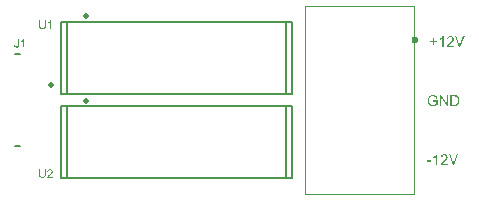
<source format=gto>
%FSLAX33Y33*%
%MOMM*%
%ADD10C,0.15*%
%ADD11C,0.5*%
%ADD12C,0.125*%
%ADD13C,0.6*%
%ADD14C,0.5*%
D10*
%LNtop silkscreen_traces*%
%LNtop silkscreen component 852c16e91e281c0c*%
G01*
X6250Y1875D02*
X6250Y7975D01*
X25750Y7975*
X25750Y1875*
X6250Y1875*
X6750Y1875D02*
X6750Y7975D01*
X25250Y7975*
X25250Y1875*
X6750Y1875*
D11*
X8380Y8450D03*
G36*
X4847Y2641D02*
X4942Y2641D01*
X4942Y2227D01*
X4940Y2176D01*
X4935Y2130D01*
X4928Y2090D01*
X4917Y2056D01*
X4903Y2026D01*
X4883Y1998D01*
X4858Y1974D01*
X4829Y1953D01*
X4795Y1935D01*
X4755Y1923D01*
X4711Y1915D01*
X4662Y1913D01*
X4614Y1915D01*
X4570Y1921D01*
X4532Y1932D01*
X4497Y1947D01*
X4468Y1967D01*
X4442Y1990D01*
X4422Y2017D01*
X4406Y2048D01*
X4394Y2084D01*
X4385Y2126D01*
X4380Y2173D01*
X4379Y2227D01*
X4379Y2641D01*
X4473Y2641D01*
X4473Y2228D01*
X4474Y2184D01*
X4478Y2147D01*
X4483Y2115D01*
X4491Y2090D01*
X4501Y2069D01*
X4514Y2051D01*
X4531Y2035D01*
X4550Y2022D01*
X4573Y2012D01*
X4597Y2004D01*
X4624Y2000D01*
X4654Y1998D01*
X4702Y2001D01*
X4743Y2010D01*
X4776Y2025D01*
X4802Y2046D01*
X4822Y2075D01*
X4836Y2115D01*
X4844Y2166D01*
X4847Y2228D01*
X4847Y2641D01*
X4847Y2641D01*
X5526Y2009D02*
X5526Y1925D01*
X5052Y1925D01*
X5053Y1941D01*
X5055Y1956D01*
X5058Y1971D01*
X5063Y1986D01*
X5073Y2010D01*
X5086Y2034D01*
X5102Y2058D01*
X5121Y2081D01*
X5143Y2106D01*
X5169Y2132D01*
X5200Y2160D01*
X5236Y2190D01*
X5289Y2235D01*
X5333Y2275D01*
X5368Y2311D01*
X5393Y2341D01*
X5411Y2369D01*
X5424Y2396D01*
X5432Y2422D01*
X5434Y2447D01*
X5432Y2472D01*
X5425Y2495D01*
X5413Y2516D01*
X5397Y2535D01*
X5377Y2551D01*
X5354Y2562D01*
X5328Y2569D01*
X5300Y2571D01*
X5269Y2569D01*
X5242Y2561D01*
X5219Y2550D01*
X5198Y2533D01*
X5181Y2512D01*
X5169Y2487D01*
X5162Y2459D01*
X5159Y2427D01*
X5069Y2437D01*
X5077Y2484D01*
X5091Y2526D01*
X5112Y2561D01*
X5139Y2591D01*
X5172Y2614D01*
X5210Y2631D01*
X5253Y2640D01*
X5301Y2644D01*
X5350Y2640D01*
X5394Y2629D01*
X5432Y2612D01*
X5465Y2587D01*
X5491Y2556D01*
X5510Y2523D01*
X5521Y2486D01*
X5525Y2445D01*
X5524Y2424D01*
X5520Y2402D01*
X5515Y2381D01*
X5507Y2361D01*
X5497Y2340D01*
X5484Y2318D01*
X5468Y2296D01*
X5449Y2273D01*
X5425Y2248D01*
X5394Y2219D01*
X5357Y2185D01*
X5313Y2147D01*
X5277Y2117D01*
X5248Y2091D01*
X5226Y2072D01*
X5212Y2057D01*
X5201Y2045D01*
X5191Y2033D01*
X5182Y2021D01*
X5175Y2009D01*
X5526Y2009D01*
X5526Y2009D01*
G37*
%LNtop silkscreen component 0582472eb7ed9473*%
D12*
X26850Y16500D02*
X36150Y16500D01*
X36150Y0500*
X26850Y0500*
X26850Y16500*
D13*
X36175Y13600D03*
%LNtop silkscreen component 20d0d3cf041d0b83*%
D10*
X6250Y9025D02*
X6250Y15125D01*
X25750Y15125*
X25750Y9025*
X6250Y9025*
X6750Y9025D02*
X6750Y15125D01*
X25250Y15125*
X25250Y9025*
X6750Y9025*
D11*
X8380Y15600D03*
G36*
X4847Y15241D02*
X4942Y15241D01*
X4942Y14827D01*
X4940Y14776D01*
X4935Y14730D01*
X4928Y14690D01*
X4917Y14656D01*
X4903Y14626D01*
X4883Y14598D01*
X4858Y14574D01*
X4829Y14553D01*
X4795Y14535D01*
X4755Y14523D01*
X4711Y14515D01*
X4662Y14513D01*
X4614Y14515D01*
X4570Y14521D01*
X4532Y14532D01*
X4497Y14547D01*
X4468Y14567D01*
X4442Y14590D01*
X4422Y14617D01*
X4406Y14648D01*
X4394Y14684D01*
X4385Y14726D01*
X4380Y14773D01*
X4379Y14827D01*
X4379Y15241D01*
X4473Y15241D01*
X4473Y14828D01*
X4474Y14784D01*
X4478Y14747D01*
X4483Y14715D01*
X4491Y14690D01*
X4501Y14669D01*
X4514Y14651D01*
X4531Y14635D01*
X4550Y14622D01*
X4573Y14612D01*
X4597Y14604D01*
X4624Y14600D01*
X4654Y14598D01*
X4702Y14601D01*
X4743Y14610D01*
X4776Y14625D01*
X4802Y14646D01*
X4822Y14675D01*
X4836Y14715D01*
X4844Y14766D01*
X4847Y14828D01*
X4847Y15241D01*
X4847Y15241D01*
X5395Y14525D02*
X5307Y14525D01*
X5307Y15085D01*
X5290Y15070D01*
X5270Y15055D01*
X5248Y15040D01*
X5224Y15025D01*
X5198Y15010D01*
X5175Y14998D01*
X5152Y14988D01*
X5131Y14979D01*
X5131Y15064D01*
X5167Y15082D01*
X5200Y15102D01*
X5231Y15124D01*
X5260Y15148D01*
X5286Y15173D01*
X5307Y15197D01*
X5325Y15220D01*
X5338Y15244D01*
X5395Y15244D01*
X5395Y14525D01*
X5395Y14525D01*
G37*
%LNtop silkscreen component 31c3a01e58ece666*%
D10*
X2775Y12430D02*
X2375Y12430D01*
X2775Y4570D02*
X2375Y4570D01*
D14*
X5400Y9800D03*
G36*
X2279Y13153D02*
X2364Y13165D01*
X2367Y13127D01*
X2374Y13096D01*
X2383Y13071D01*
X2395Y13053D01*
X2410Y13039D01*
X2428Y13030D01*
X2448Y13024D01*
X2471Y13022D01*
X2488Y13023D01*
X2504Y13026D01*
X2519Y13031D01*
X2532Y13039D01*
X2544Y13048D01*
X2554Y13058D01*
X2562Y13070D01*
X2568Y13083D01*
X2572Y13099D01*
X2575Y13119D01*
X2577Y13144D01*
X2578Y13173D01*
X2578Y13666D01*
X2672Y13666D01*
X2672Y13178D01*
X2671Y13136D01*
X2667Y13098D01*
X2660Y13066D01*
X2651Y13039D01*
X2638Y13016D01*
X2623Y12995D01*
X2604Y12978D01*
X2582Y12964D01*
X2557Y12952D01*
X2531Y12944D01*
X2502Y12939D01*
X2471Y12938D01*
X2427Y12941D01*
X2388Y12951D01*
X2355Y12968D01*
X2327Y12992D01*
X2305Y13022D01*
X2290Y13059D01*
X2281Y13103D01*
X2279Y13153D01*
X2279Y13153D01*
X3123Y12950D02*
X3035Y12950D01*
X3035Y13510D01*
X3018Y13495D01*
X2998Y13480D01*
X2976Y13465D01*
X2951Y13450D01*
X2926Y13435D01*
X2903Y13423D01*
X2880Y13413D01*
X2859Y13404D01*
X2859Y13489D01*
X2895Y13507D01*
X2928Y13527D01*
X2959Y13549D01*
X2988Y13573D01*
X3013Y13598D01*
X3035Y13622D01*
X3052Y13645D01*
X3066Y13669D01*
X3123Y13669D01*
X3123Y12950D01*
X3123Y12950D01*
G37*
%LNtext*%
G36*
X37240Y3273D02*
X37240Y3385D01*
X37583Y3385D01*
X37583Y3273D01*
X37240Y3273D01*
X37240Y3273D01*
X38096Y3000D02*
X37984Y3000D01*
X37984Y3711D01*
X37963Y3692D01*
X37938Y3673D01*
X37910Y3654D01*
X37879Y3634D01*
X37847Y3616D01*
X37817Y3601D01*
X37788Y3588D01*
X37761Y3577D01*
X37761Y3685D01*
X37807Y3708D01*
X37849Y3733D01*
X37888Y3761D01*
X37925Y3791D01*
X37957Y3822D01*
X37985Y3853D01*
X38007Y3883D01*
X38024Y3913D01*
X38096Y3913D01*
X38096Y3000D01*
X38096Y3000D01*
X38969Y3107D02*
X38969Y3000D01*
X38368Y3000D01*
X38368Y3020D01*
X38370Y3040D01*
X38375Y3059D01*
X38381Y3078D01*
X38394Y3108D01*
X38411Y3138D01*
X38431Y3169D01*
X38454Y3198D01*
X38482Y3229D01*
X38516Y3263D01*
X38555Y3298D01*
X38600Y3336D01*
X38668Y3394D01*
X38724Y3445D01*
X38768Y3490D01*
X38801Y3529D01*
X38823Y3564D01*
X38840Y3598D01*
X38849Y3631D01*
X38853Y3663D01*
X38850Y3695D01*
X38841Y3724D01*
X38826Y3751D01*
X38805Y3775D01*
X38780Y3795D01*
X38751Y3809D01*
X38718Y3818D01*
X38681Y3820D01*
X38643Y3817D01*
X38609Y3808D01*
X38579Y3793D01*
X38552Y3772D01*
X38531Y3746D01*
X38516Y3714D01*
X38507Y3679D01*
X38503Y3638D01*
X38389Y3650D01*
X38399Y3710D01*
X38417Y3763D01*
X38443Y3808D01*
X38477Y3846D01*
X38519Y3875D01*
X38568Y3896D01*
X38622Y3909D01*
X38684Y3913D01*
X38746Y3908D01*
X38801Y3895D01*
X38849Y3872D01*
X38891Y3840D01*
X38924Y3802D01*
X38948Y3759D01*
X38963Y3712D01*
X38967Y3660D01*
X38966Y3633D01*
X38962Y3606D01*
X38955Y3580D01*
X38945Y3553D01*
X38932Y3526D01*
X38915Y3499D01*
X38895Y3471D01*
X38871Y3442D01*
X38841Y3410D01*
X38802Y3373D01*
X38755Y3330D01*
X38699Y3282D01*
X38653Y3243D01*
X38616Y3211D01*
X38589Y3186D01*
X38570Y3168D01*
X38556Y3153D01*
X38544Y3138D01*
X38533Y3122D01*
X38523Y3107D01*
X38969Y3107D01*
X38969Y3107D01*
X39393Y3000D02*
X39041Y3909D01*
X39171Y3909D01*
X39408Y3249D01*
X39421Y3210D01*
X39434Y3172D01*
X39445Y3135D01*
X39455Y3100D01*
X39466Y3137D01*
X39478Y3174D01*
X39491Y3211D01*
X39504Y3249D01*
X39750Y3909D01*
X39873Y3909D01*
X39517Y3000D01*
X39393Y3000D01*
X39393Y3000D01*
X37718Y13147D02*
X37718Y13396D01*
X37471Y13396D01*
X37471Y13500D01*
X37718Y13500D01*
X37718Y13748D01*
X37824Y13748D01*
X37824Y13500D01*
X38071Y13500D01*
X38071Y13396D01*
X37824Y13396D01*
X37824Y13147D01*
X37718Y13147D01*
X37718Y13147D01*
X38615Y13000D02*
X38503Y13000D01*
X38503Y13711D01*
X38481Y13692D01*
X38457Y13673D01*
X38429Y13654D01*
X38397Y13634D01*
X38366Y13616D01*
X38335Y13601D01*
X38307Y13588D01*
X38280Y13577D01*
X38280Y13685D01*
X38325Y13708D01*
X38368Y13733D01*
X38407Y13761D01*
X38444Y13791D01*
X38476Y13822D01*
X38504Y13853D01*
X38526Y13883D01*
X38543Y13913D01*
X38615Y13913D01*
X38615Y13000D01*
X38615Y13000D01*
X39487Y13107D02*
X39487Y13000D01*
X38886Y13000D01*
X38887Y13020D01*
X38889Y13040D01*
X38893Y13059D01*
X38899Y13078D01*
X38913Y13108D01*
X38929Y13138D01*
X38949Y13169D01*
X38973Y13198D01*
X39001Y13229D01*
X39035Y13263D01*
X39074Y13298D01*
X39119Y13336D01*
X39187Y13394D01*
X39243Y13445D01*
X39287Y13490D01*
X39319Y13529D01*
X39342Y13564D01*
X39358Y13598D01*
X39368Y13631D01*
X39371Y13663D01*
X39368Y13695D01*
X39360Y13724D01*
X39345Y13751D01*
X39324Y13775D01*
X39298Y13795D01*
X39269Y13809D01*
X39237Y13818D01*
X39200Y13820D01*
X39162Y13817D01*
X39128Y13808D01*
X39097Y13793D01*
X39071Y13772D01*
X39050Y13746D01*
X39035Y13714D01*
X39026Y13679D01*
X39022Y13638D01*
X38908Y13650D01*
X38917Y13710D01*
X38936Y13763D01*
X38962Y13808D01*
X38996Y13846D01*
X39038Y13875D01*
X39086Y13896D01*
X39141Y13909D01*
X39203Y13913D01*
X39265Y13908D01*
X39320Y13895D01*
X39368Y13872D01*
X39410Y13840D01*
X39443Y13802D01*
X39467Y13759D01*
X39481Y13712D01*
X39486Y13660D01*
X39485Y13633D01*
X39481Y13606D01*
X39474Y13580D01*
X39464Y13553D01*
X39451Y13526D01*
X39434Y13499D01*
X39414Y13471D01*
X39390Y13442D01*
X39360Y13410D01*
X39321Y13373D01*
X39273Y13330D01*
X39218Y13282D01*
X39172Y13243D01*
X39135Y13211D01*
X39107Y13186D01*
X39089Y13168D01*
X39075Y13153D01*
X39063Y13138D01*
X39051Y13122D01*
X39041Y13107D01*
X39487Y13107D01*
X39487Y13107D01*
X39912Y13000D02*
X39560Y13909D01*
X39690Y13909D01*
X39926Y13249D01*
X39940Y13210D01*
X39953Y13172D01*
X39964Y13135D01*
X39974Y13100D01*
X39985Y13137D01*
X39997Y13174D01*
X40010Y13211D01*
X40023Y13249D01*
X40269Y13909D01*
X40391Y13909D01*
X40036Y13000D01*
X39912Y13000D01*
X39912Y13000D01*
X37723Y8357D02*
X37723Y8463D01*
X38108Y8464D01*
X38108Y8127D01*
X38064Y8093D01*
X38018Y8065D01*
X37972Y8040D01*
X37926Y8020D01*
X37878Y8005D01*
X37830Y7993D01*
X37781Y7987D01*
X37732Y7984D01*
X37667Y7988D01*
X37604Y7999D01*
X37545Y8017D01*
X37489Y8042D01*
X37437Y8074D01*
X37393Y8112D01*
X37355Y8157D01*
X37323Y8208D01*
X37299Y8264D01*
X37282Y8323D01*
X37271Y8385D01*
X37268Y8450D01*
X37271Y8515D01*
X37281Y8578D01*
X37299Y8639D01*
X37323Y8698D01*
X37354Y8752D01*
X37391Y8798D01*
X37434Y8837D01*
X37483Y8869D01*
X37537Y8893D01*
X37595Y8911D01*
X37657Y8921D01*
X37723Y8925D01*
X37771Y8923D01*
X37817Y8917D01*
X37860Y8907D01*
X37901Y8893D01*
X37939Y8875D01*
X37972Y8854D01*
X38001Y8831D01*
X38026Y8804D01*
X38047Y8773D01*
X38066Y8738D01*
X38082Y8699D01*
X38095Y8655D01*
X37986Y8625D01*
X37975Y8658D01*
X37963Y8687D01*
X37950Y8713D01*
X37935Y8734D01*
X37919Y8753D01*
X37899Y8770D01*
X37875Y8785D01*
X37849Y8798D01*
X37820Y8808D01*
X37789Y8816D01*
X37757Y8820D01*
X37723Y8822D01*
X37684Y8820D01*
X37646Y8815D01*
X37612Y8808D01*
X37581Y8797D01*
X37552Y8783D01*
X37526Y8767D01*
X37504Y8750D01*
X37484Y8730D01*
X37466Y8710D01*
X37451Y8688D01*
X37438Y8665D01*
X37426Y8641D01*
X37411Y8598D01*
X37400Y8553D01*
X37394Y8506D01*
X37392Y8458D01*
X37394Y8399D01*
X37402Y8346D01*
X37415Y8298D01*
X37433Y8254D01*
X37457Y8216D01*
X37485Y8183D01*
X37518Y8155D01*
X37555Y8133D01*
X37596Y8115D01*
X37638Y8103D01*
X37681Y8095D01*
X37725Y8093D01*
X37764Y8095D01*
X37802Y8101D01*
X37840Y8110D01*
X37878Y8123D01*
X37913Y8138D01*
X37943Y8154D01*
X37969Y8170D01*
X37991Y8187D01*
X37991Y8357D01*
X37723Y8357D01*
X37723Y8357D01*
X38285Y8000D02*
X38285Y8909D01*
X38408Y8909D01*
X38886Y8195D01*
X38886Y8909D01*
X39001Y8909D01*
X39001Y8000D01*
X38877Y8000D01*
X38400Y8714D01*
X38400Y8000D01*
X38285Y8000D01*
X38285Y8000D01*
X39203Y8000D02*
X39203Y8909D01*
X39514Y8909D01*
X39514Y8802D01*
X39323Y8802D01*
X39323Y8107D01*
X39323Y8107D01*
X39517Y8107D01*
X39560Y8108D01*
X39598Y8111D01*
X39630Y8117D01*
X39658Y8124D01*
X39683Y8133D01*
X39704Y8144D01*
X39724Y8157D01*
X39740Y8171D01*
X39760Y8194D01*
X39778Y8221D01*
X39794Y8252D01*
X39807Y8286D01*
X39817Y8324D01*
X39825Y8366D01*
X39829Y8412D01*
X39831Y8461D01*
X39828Y8529D01*
X39819Y8587D01*
X39804Y8638D01*
X39784Y8681D01*
X39759Y8716D01*
X39732Y8745D01*
X39702Y8767D01*
X39670Y8783D01*
X39642Y8791D01*
X39607Y8797D01*
X39564Y8801D01*
X39514Y8802D01*
X39514Y8909D01*
X39516Y8909D01*
X39566Y8908D01*
X39610Y8906D01*
X39647Y8902D01*
X39678Y8896D01*
X39716Y8885D01*
X39750Y8871D01*
X39782Y8853D01*
X39811Y8831D01*
X39845Y8798D01*
X39874Y8762D01*
X39899Y8721D01*
X39919Y8676D01*
X39935Y8627D01*
X39946Y8574D01*
X39952Y8519D01*
X39955Y8460D01*
X39953Y8409D01*
X39949Y8362D01*
X39941Y8317D01*
X39930Y8276D01*
X39917Y8238D01*
X39903Y8203D01*
X39886Y8171D01*
X39868Y8144D01*
X39849Y8119D01*
X39829Y8097D01*
X39808Y8078D01*
X39786Y8061D01*
X39762Y8047D01*
X39736Y8035D01*
X39708Y8024D01*
X39677Y8016D01*
X39644Y8009D01*
X39609Y8004D01*
X39571Y8001D01*
X39531Y8000D01*
X39203Y8000D01*
X39203Y8000D01*
G37*
M02*
</source>
